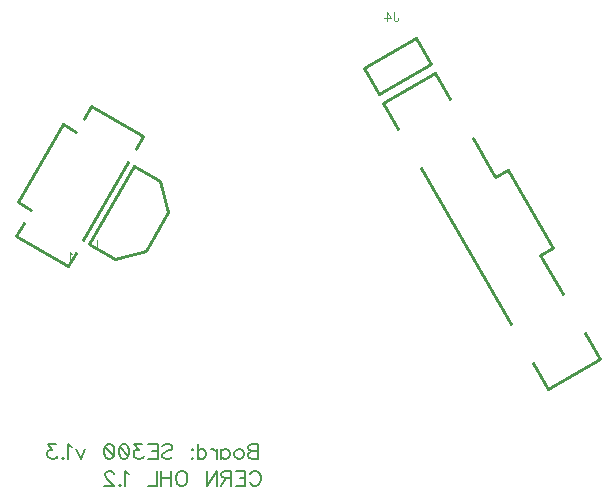
<source format=gbr>
G04 This is an RS-274x file exported by *
G04 gerbv version 2.6A *
G04 More information is available about gerbv at *
G04 http://gerbv.geda-project.org/ *
G04 --End of header info--*
%MOIN*%
%FSLAX34Y34*%
%IPPOS*%
G04 --Define apertures--*
%ADD10C,0.0100*%
%ADD11C,0.0046*%
%ADD12C,0.0077*%
%ADD13C,0.0247*%
%ADD14C,0.0093*%
G04 --Start main section--*
G54D10*
G01X0033660Y0049648D02*
G01X0031928Y0048648D01*
G01X0031928Y0048648D02*
G01X0032428Y0047782D01*
G01X0032428Y0047782D02*
G01X0034160Y0048782D01*
G01X0034160Y0048782D02*
G01X0033660Y0049648D01*
G01X0025418Y0043858D02*
G01X0024668Y0042558D01*
G01X0025418Y0043858D02*
G01X0025143Y0044882D01*
G01X0023644Y0042284D02*
G01X0024668Y0042558D01*
G01X0023644Y0042284D02*
G01X0022778Y0042784D01*
G01X0022778Y0042784D02*
G01X0024277Y0045382D01*
G01X0024277Y0045382D02*
G01X0025143Y0044882D01*
G01X0037813Y0042429D02*
G01X0038565Y0041132D01*
G01X0038247Y0042679D02*
G01X0036746Y0045277D01*
G01X0036313Y0045028D02*
G01X0036746Y0045277D01*
G01X0038247Y0042679D02*
G01X0037813Y0042429D01*
G01X0039313Y0039830D02*
G01X0039813Y0038965D01*
G01X0039813Y0038965D02*
G01X0038081Y0037965D01*
G01X0038081Y0037965D02*
G01X0037581Y0038831D01*
G01X0036833Y0040132D02*
G01X0033834Y0045327D01*
G01X0036313Y0045028D02*
G01X0035566Y0046327D01*
G01X0034813Y0047625D02*
G01X0034313Y0048491D01*
G01X0034315Y0048492D02*
G01X0032581Y0047491D01*
G01X0032581Y0047491D02*
G01X0033081Y0046625D01*
G01X0021915Y0046782D02*
G01X0020415Y0044183D01*
G01X0020848Y0043933D02*
G01X0020415Y0044183D01*
G01X0021915Y0046782D02*
G01X0022348Y0046532D01*
G01X0022596Y0046966D02*
G01X0022848Y0047398D01*
G01X0022848Y0047398D02*
G01X0024580Y0046398D01*
G01X0024580Y0046398D02*
G01X0024328Y0045966D01*
G01X0024078Y0045533D02*
G01X0022578Y0042935D01*
G01X0020596Y0043502D02*
G01X0020348Y0043068D01*
G01X0020346Y0043069D02*
G01X0022080Y0042068D01*
G01X0022080Y0042068D02*
G01X0022328Y0042502D01*
G54D11*
G01X0032931Y0050521D02*
G01X0032931Y0050291D01*
G01X0032931Y0050291D02*
G01X0032945Y0050248D01*
G01X0032945Y0050248D02*
G01X0032960Y0050234D01*
G01X0032960Y0050234D02*
G01X0032988Y0050219D01*
G01X0032988Y0050219D02*
G01X0033017Y0050219D01*
G01X0033017Y0050219D02*
G01X0033046Y0050234D01*
G01X0033046Y0050234D02*
G01X0033060Y0050248D01*
G01X0033060Y0050248D02*
G01X0033075Y0050291D01*
G01X0033075Y0050291D02*
G01X0033075Y0050320D01*
G01X0032695Y0050219D02*
G01X0032695Y0050520D01*
G01X0032695Y0050520D02*
G01X0032838Y0050320D01*
G01X0032838Y0050320D02*
G01X0032623Y0050320D01*
G54D12*
G01X0028421Y0036133D02*
G01X0028421Y0035631D01*
G01X0028421Y0035631D02*
G01X0028206Y0035631D01*
G01X0028206Y0035631D02*
G01X0028134Y0035655D01*
G01X0028134Y0035655D02*
G01X0028110Y0035679D01*
G01X0028110Y0035679D02*
G01X0028087Y0035726D01*
G01X0028087Y0035726D02*
G01X0028087Y0035798D01*
G01X0028087Y0035798D02*
G01X0028110Y0035846D01*
G01X0028110Y0035846D02*
G01X0028134Y0035870D01*
G01X0028134Y0035870D02*
G01X0028206Y0035894D01*
G01X0028206Y0035894D02*
G01X0028134Y0035918D01*
G01X0028134Y0035918D02*
G01X0028110Y0035942D01*
G01X0028110Y0035942D02*
G01X0028087Y0035989D01*
G01X0028087Y0035989D02*
G01X0028087Y0036037D01*
G01X0028087Y0036037D02*
G01X0028110Y0036085D01*
G01X0028110Y0036085D02*
G01X0028134Y0036109D01*
G01X0028134Y0036109D02*
G01X0028206Y0036133D01*
G01X0028206Y0036133D02*
G01X0028421Y0036133D01*
G01X0028421Y0035894D02*
G01X0028206Y0035894D01*
G01X0027813Y0035966D02*
G01X0027860Y0035942D01*
G01X0027860Y0035942D02*
G01X0027908Y0035894D01*
G01X0027908Y0035894D02*
G01X0027932Y0035822D01*
G01X0027932Y0035822D02*
G01X0027932Y0035774D01*
G01X0027932Y0035774D02*
G01X0027908Y0035703D01*
G01X0027908Y0035703D02*
G01X0027860Y0035655D01*
G01X0027860Y0035655D02*
G01X0027813Y0035631D01*
G01X0027813Y0035631D02*
G01X0027741Y0035631D01*
G01X0027741Y0035631D02*
G01X0027693Y0035655D01*
G01X0027693Y0035655D02*
G01X0027645Y0035703D01*
G01X0027645Y0035703D02*
G01X0027621Y0035774D01*
G01X0027621Y0035774D02*
G01X0027621Y0035822D01*
G01X0027621Y0035822D02*
G01X0027645Y0035894D01*
G01X0027645Y0035894D02*
G01X0027693Y0035942D01*
G01X0027693Y0035942D02*
G01X0027741Y0035966D01*
G01X0027741Y0035966D02*
G01X0027813Y0035966D01*
G01X0027180Y0035966D02*
G01X0027180Y0035631D01*
G01X0027180Y0035894D02*
G01X0027227Y0035942D01*
G01X0027227Y0035942D02*
G01X0027275Y0035966D01*
G01X0027275Y0035966D02*
G01X0027347Y0035966D01*
G01X0027347Y0035966D02*
G01X0027395Y0035942D01*
G01X0027395Y0035942D02*
G01X0027442Y0035894D01*
G01X0027442Y0035894D02*
G01X0027467Y0035822D01*
G01X0027467Y0035822D02*
G01X0027467Y0035774D01*
G01X0027467Y0035774D02*
G01X0027442Y0035703D01*
G01X0027442Y0035703D02*
G01X0027395Y0035655D01*
G01X0027395Y0035655D02*
G01X0027347Y0035631D01*
G01X0027347Y0035631D02*
G01X0027275Y0035631D01*
G01X0027275Y0035631D02*
G01X0027227Y0035655D01*
G01X0027227Y0035655D02*
G01X0027180Y0035703D01*
G01X0027025Y0035966D02*
G01X0027025Y0035631D01*
G01X0027025Y0035822D02*
G01X0027001Y0035894D01*
G01X0027001Y0035894D02*
G01X0026953Y0035942D01*
G01X0026953Y0035942D02*
G01X0026905Y0035966D01*
G01X0026905Y0035966D02*
G01X0026834Y0035966D01*
G01X0026392Y0036133D02*
G01X0026392Y0035631D01*
G01X0026392Y0035894D02*
G01X0026440Y0035942D01*
G01X0026440Y0035942D02*
G01X0026488Y0035966D01*
G01X0026488Y0035966D02*
G01X0026560Y0035966D01*
G01X0026560Y0035966D02*
G01X0026607Y0035942D01*
G01X0026607Y0035942D02*
G01X0026655Y0035894D01*
G01X0026655Y0035894D02*
G01X0026679Y0035822D01*
G01X0026679Y0035822D02*
G01X0026679Y0035774D01*
G01X0026679Y0035774D02*
G01X0026655Y0035703D01*
G01X0026655Y0035703D02*
G01X0026607Y0035655D01*
G01X0026607Y0035655D02*
G01X0026560Y0035631D01*
G01X0026560Y0035631D02*
G01X0026488Y0035631D01*
G01X0026488Y0035631D02*
G01X0026440Y0035655D01*
G01X0026440Y0035655D02*
G01X0026392Y0035703D01*
G01X0026214Y0035966D02*
G01X0026238Y0035941D01*
G01X0026238Y0035941D02*
G01X0026214Y0035918D01*
G01X0026214Y0035918D02*
G01X0026190Y0035941D01*
G01X0026190Y0035941D02*
G01X0026214Y0035966D01*
G01X0026214Y0035679D02*
G01X0026238Y0035654D01*
G01X0026238Y0035654D02*
G01X0026214Y0035631D01*
G01X0026214Y0035631D02*
G01X0026190Y0035654D01*
G01X0026190Y0035654D02*
G01X0026214Y0035679D01*
G01X0025214Y0036061D02*
G01X0025262Y0036109D01*
G01X0025262Y0036109D02*
G01X0025334Y0036133D01*
G01X0025334Y0036133D02*
G01X0025429Y0036133D01*
G01X0025429Y0036133D02*
G01X0025501Y0036109D01*
G01X0025501Y0036109D02*
G01X0025549Y0036061D01*
G01X0025549Y0036061D02*
G01X0025549Y0036014D01*
G01X0025549Y0036014D02*
G01X0025525Y0035966D01*
G01X0025525Y0035966D02*
G01X0025501Y0035942D01*
G01X0025501Y0035942D02*
G01X0025454Y0035918D01*
G01X0025454Y0035918D02*
G01X0025310Y0035870D01*
G01X0025310Y0035870D02*
G01X0025262Y0035846D01*
G01X0025262Y0035846D02*
G01X0025238Y0035822D01*
G01X0025238Y0035822D02*
G01X0025214Y0035774D01*
G01X0025214Y0035774D02*
G01X0025214Y0035703D01*
G01X0025214Y0035703D02*
G01X0025262Y0035655D01*
G01X0025262Y0035655D02*
G01X0025334Y0035631D01*
G01X0025334Y0035631D02*
G01X0025429Y0035631D01*
G01X0025429Y0035631D02*
G01X0025501Y0035655D01*
G01X0025501Y0035655D02*
G01X0025549Y0035703D01*
G01X0024749Y0036133D02*
G01X0025060Y0036133D01*
G01X0025060Y0036133D02*
G01X0025060Y0035631D01*
G01X0025060Y0035631D02*
G01X0024749Y0035631D01*
G01X0025060Y0035894D02*
G01X0024869Y0035894D01*
G01X0024547Y0036133D02*
G01X0024284Y0036133D01*
G01X0024284Y0036133D02*
G01X0024428Y0035941D01*
G01X0024428Y0035941D02*
G01X0024356Y0035941D01*
G01X0024356Y0035941D02*
G01X0024308Y0035918D01*
G01X0024308Y0035918D02*
G01X0024284Y0035894D01*
G01X0024284Y0035894D02*
G01X0024260Y0035822D01*
G01X0024260Y0035822D02*
G01X0024260Y0035774D01*
G01X0024260Y0035774D02*
G01X0024284Y0035703D01*
G01X0024284Y0035703D02*
G01X0024332Y0035654D01*
G01X0024332Y0035654D02*
G01X0024404Y0035631D01*
G01X0024404Y0035631D02*
G01X0024476Y0035631D01*
G01X0024476Y0035631D02*
G01X0024547Y0035654D01*
G01X0024547Y0035654D02*
G01X0024571Y0035679D01*
G01X0024571Y0035679D02*
G01X0024595Y0035726D01*
G01X0023962Y0036133D02*
G01X0024034Y0036109D01*
G01X0024034Y0036109D02*
G01X0024082Y0036037D01*
G01X0024082Y0036037D02*
G01X0024106Y0035918D01*
G01X0024106Y0035918D02*
G01X0024106Y0035846D01*
G01X0024106Y0035846D02*
G01X0024082Y0035726D01*
G01X0024082Y0035726D02*
G01X0024034Y0035654D01*
G01X0024034Y0035654D02*
G01X0023962Y0035631D01*
G01X0023962Y0035631D02*
G01X0023915Y0035631D01*
G01X0023915Y0035631D02*
G01X0023843Y0035654D01*
G01X0023843Y0035654D02*
G01X0023795Y0035726D01*
G01X0023795Y0035726D02*
G01X0023771Y0035846D01*
G01X0023771Y0035846D02*
G01X0023771Y0035918D01*
G01X0023771Y0035918D02*
G01X0023795Y0036037D01*
G01X0023795Y0036037D02*
G01X0023843Y0036109D01*
G01X0023843Y0036109D02*
G01X0023915Y0036133D01*
G01X0023915Y0036133D02*
G01X0023962Y0036133D01*
G01X0023795Y0036037D02*
G01X0024082Y0035726D01*
G01X0023473Y0036133D02*
G01X0023545Y0036109D01*
G01X0023545Y0036109D02*
G01X0023593Y0036037D01*
G01X0023593Y0036037D02*
G01X0023616Y0035918D01*
G01X0023616Y0035918D02*
G01X0023616Y0035846D01*
G01X0023616Y0035846D02*
G01X0023593Y0035726D01*
G01X0023593Y0035726D02*
G01X0023545Y0035654D01*
G01X0023545Y0035654D02*
G01X0023473Y0035631D01*
G01X0023473Y0035631D02*
G01X0023425Y0035631D01*
G01X0023425Y0035631D02*
G01X0023353Y0035654D01*
G01X0023353Y0035654D02*
G01X0023306Y0035726D01*
G01X0023306Y0035726D02*
G01X0023281Y0035846D01*
G01X0023281Y0035846D02*
G01X0023281Y0035918D01*
G01X0023281Y0035918D02*
G01X0023306Y0036037D01*
G01X0023306Y0036037D02*
G01X0023353Y0036109D01*
G01X0023353Y0036109D02*
G01X0023425Y0036133D01*
G01X0023425Y0036133D02*
G01X0023473Y0036133D01*
G01X0023306Y0036037D02*
G01X0023593Y0035726D01*
G01X0022641Y0035966D02*
G01X0022497Y0035631D01*
G01X0022497Y0035631D02*
G01X0022354Y0035966D01*
G01X0022200Y0036037D02*
G01X0022152Y0036061D01*
G01X0022152Y0036061D02*
G01X0022080Y0036133D01*
G01X0022080Y0036133D02*
G01X0022080Y0035631D01*
G01X0021902Y0035679D02*
G01X0021926Y0035654D01*
G01X0021926Y0035654D02*
G01X0021902Y0035631D01*
G01X0021902Y0035631D02*
G01X0021877Y0035654D01*
G01X0021877Y0035654D02*
G01X0021902Y0035679D01*
G01X0021675Y0036133D02*
G01X0021412Y0036133D01*
G01X0021412Y0036133D02*
G01X0021556Y0035941D01*
G01X0021556Y0035941D02*
G01X0021484Y0035941D01*
G01X0021484Y0035941D02*
G01X0021436Y0035918D01*
G01X0021436Y0035918D02*
G01X0021412Y0035894D01*
G01X0021412Y0035894D02*
G01X0021388Y0035822D01*
G01X0021388Y0035822D02*
G01X0021388Y0035774D01*
G01X0021388Y0035774D02*
G01X0021412Y0035703D01*
G01X0021412Y0035703D02*
G01X0021460Y0035654D01*
G01X0021460Y0035654D02*
G01X0021532Y0035631D01*
G01X0021532Y0035631D02*
G01X0021604Y0035631D01*
G01X0021604Y0035631D02*
G01X0021675Y0035654D01*
G01X0021675Y0035654D02*
G01X0021699Y0035679D01*
G01X0021699Y0035679D02*
G01X0021723Y0035726D01*
G01X0028136Y0035115D02*
G01X0028160Y0035162D01*
G01X0028160Y0035162D02*
G01X0028208Y0035210D01*
G01X0028208Y0035210D02*
G01X0028256Y0035234D01*
G01X0028256Y0035234D02*
G01X0028351Y0035234D01*
G01X0028351Y0035234D02*
G01X0028399Y0035210D01*
G01X0028399Y0035210D02*
G01X0028447Y0035162D01*
G01X0028447Y0035162D02*
G01X0028471Y0035115D01*
G01X0028471Y0035115D02*
G01X0028495Y0035043D01*
G01X0028495Y0035043D02*
G01X0028495Y0034923D01*
G01X0028495Y0034923D02*
G01X0028471Y0034852D01*
G01X0028471Y0034852D02*
G01X0028447Y0034804D01*
G01X0028447Y0034804D02*
G01X0028399Y0034756D01*
G01X0028399Y0034756D02*
G01X0028351Y0034732D01*
G01X0028351Y0034732D02*
G01X0028256Y0034732D01*
G01X0028256Y0034732D02*
G01X0028208Y0034756D01*
G01X0028208Y0034756D02*
G01X0028160Y0034804D01*
G01X0028160Y0034804D02*
G01X0028136Y0034852D01*
G01X0027671Y0035234D02*
G01X0027982Y0035234D01*
G01X0027982Y0035234D02*
G01X0027982Y0034732D01*
G01X0027982Y0034732D02*
G01X0027671Y0034732D01*
G01X0027982Y0034995D02*
G01X0027791Y0034995D01*
G01X0027517Y0034995D02*
G01X0027302Y0034995D01*
G01X0027302Y0034995D02*
G01X0027230Y0035019D01*
G01X0027230Y0035019D02*
G01X0027206Y0035043D01*
G01X0027206Y0035043D02*
G01X0027182Y0035090D01*
G01X0027182Y0035090D02*
G01X0027182Y0035139D01*
G01X0027182Y0035139D02*
G01X0027206Y0035186D01*
G01X0027206Y0035186D02*
G01X0027230Y0035210D01*
G01X0027230Y0035210D02*
G01X0027302Y0035234D01*
G01X0027302Y0035234D02*
G01X0027517Y0035234D01*
G01X0027517Y0035234D02*
G01X0027517Y0034732D01*
G01X0027349Y0034995D02*
G01X0027182Y0034732D01*
G01X0026693Y0035234D02*
G01X0026693Y0034732D01*
G01X0026693Y0034732D02*
G01X0027028Y0035234D01*
G01X0027028Y0035234D02*
G01X0027028Y0034732D01*
G01X0025908Y0035234D02*
G01X0025957Y0035210D01*
G01X0025957Y0035210D02*
G01X0026004Y0035162D01*
G01X0026004Y0035162D02*
G01X0026028Y0035115D01*
G01X0026028Y0035115D02*
G01X0026052Y0035043D01*
G01X0026052Y0035043D02*
G01X0026052Y0034923D01*
G01X0026052Y0034923D02*
G01X0026028Y0034852D01*
G01X0026028Y0034852D02*
G01X0026004Y0034804D01*
G01X0026004Y0034804D02*
G01X0025957Y0034756D01*
G01X0025957Y0034756D02*
G01X0025908Y0034732D01*
G01X0025908Y0034732D02*
G01X0025813Y0034732D01*
G01X0025813Y0034732D02*
G01X0025765Y0034756D01*
G01X0025765Y0034756D02*
G01X0025717Y0034804D01*
G01X0025717Y0034804D02*
G01X0025693Y0034852D01*
G01X0025693Y0034852D02*
G01X0025670Y0034923D01*
G01X0025670Y0034923D02*
G01X0025670Y0035043D01*
G01X0025670Y0035043D02*
G01X0025693Y0035115D01*
G01X0025693Y0035115D02*
G01X0025717Y0035162D01*
G01X0025717Y0035162D02*
G01X0025765Y0035210D01*
G01X0025765Y0035210D02*
G01X0025813Y0035234D01*
G01X0025813Y0035234D02*
G01X0025908Y0035234D01*
G01X0025515Y0035234D02*
G01X0025515Y0034732D01*
G01X0025180Y0035234D02*
G01X0025180Y0034732D01*
G01X0025515Y0034995D02*
G01X0025180Y0034995D01*
G01X0025026Y0035234D02*
G01X0025026Y0034732D01*
G01X0025026Y0034732D02*
G01X0024739Y0034732D01*
G01X0024099Y0035138D02*
G01X0024051Y0035162D01*
G01X0024051Y0035162D02*
G01X0023979Y0035234D01*
G01X0023979Y0035234D02*
G01X0023979Y0034732D01*
G01X0023801Y0034780D02*
G01X0023824Y0034756D01*
G01X0023824Y0034756D02*
G01X0023801Y0034732D01*
G01X0023801Y0034732D02*
G01X0023776Y0034756D01*
G01X0023776Y0034756D02*
G01X0023801Y0034780D01*
G01X0023598Y0035114D02*
G01X0023598Y0035138D01*
G01X0023598Y0035138D02*
G01X0023574Y0035186D01*
G01X0023574Y0035186D02*
G01X0023550Y0035210D01*
G01X0023550Y0035210D02*
G01X0023502Y0035234D01*
G01X0023502Y0035234D02*
G01X0023406Y0035234D01*
G01X0023406Y0035234D02*
G01X0023359Y0035210D01*
G01X0023359Y0035210D02*
G01X0023335Y0035186D01*
G01X0023335Y0035186D02*
G01X0023311Y0035138D01*
G01X0023311Y0035138D02*
G01X0023311Y0035090D01*
G01X0023311Y0035090D02*
G01X0023335Y0035042D01*
G01X0023335Y0035042D02*
G01X0023383Y0034971D01*
G01X0023383Y0034971D02*
G01X0023622Y0034732D01*
G01X0023622Y0034732D02*
G01X0023287Y0034732D01*
G54D11*
G01X0022983Y0042674D02*
G01X0023012Y0042660D01*
G01X0023012Y0042660D02*
G01X0023055Y0042617D01*
G01X0023055Y0042617D02*
G01X0023055Y0042918D01*
G01X0022201Y0042461D02*
G01X0022172Y0042476D01*
G01X0022172Y0042476D02*
G01X0022129Y0042519D01*
G01X0022129Y0042519D02*
G01X0022129Y0042217D01*
M02*

</source>
